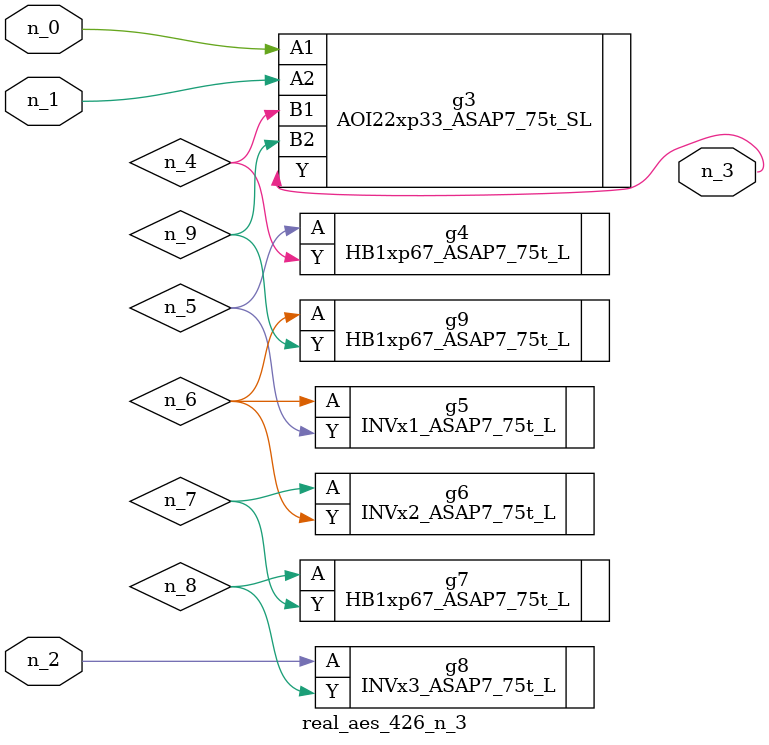
<source format=v>
module real_aes_426_n_3 (n_0, n_2, n_1, n_3);
input n_0;
input n_2;
input n_1;
output n_3;
wire n_4;
wire n_5;
wire n_7;
wire n_9;
wire n_6;
wire n_8;
AOI22xp33_ASAP7_75t_SL g3 ( .A1(n_0), .A2(n_1), .B1(n_4), .B2(n_9), .Y(n_3) );
INVx3_ASAP7_75t_L g8 ( .A(n_2), .Y(n_8) );
HB1xp67_ASAP7_75t_L g4 ( .A(n_5), .Y(n_4) );
INVx1_ASAP7_75t_L g5 ( .A(n_6), .Y(n_5) );
HB1xp67_ASAP7_75t_L g9 ( .A(n_6), .Y(n_9) );
INVx2_ASAP7_75t_L g6 ( .A(n_7), .Y(n_6) );
HB1xp67_ASAP7_75t_L g7 ( .A(n_8), .Y(n_7) );
endmodule
</source>
